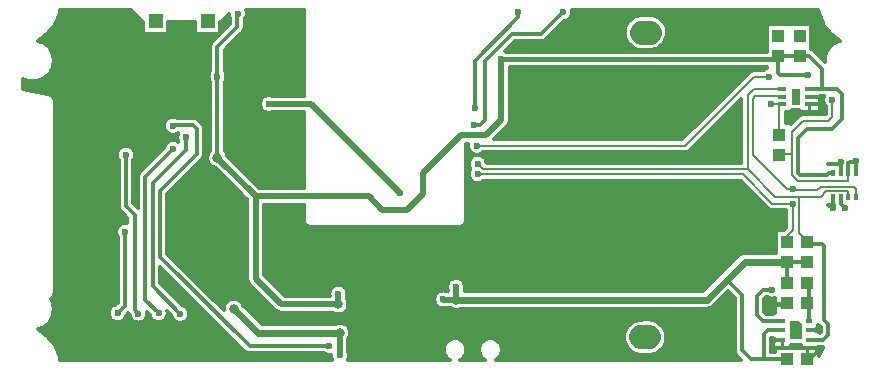
<source format=gbr>
G04 DipTrace 3.2.0.1*
G04 Bottom.gbr*
%MOIN*%
G04 #@! TF.FileFunction,Copper,L2,Bot*
G04 #@! TF.Part,Single*
%AMOUTLINE3*
4,1,16,
-0.011741,0.041358,
-0.029685,0.037294,
-0.044088,0.025848,
-0.052097,0.009286,
-0.052129,-0.009112,
-0.044175,-0.025701,
-0.02981,-0.037196,
-0.011881,-0.041319,
0.011741,-0.041358,
0.029685,-0.037294,
0.044088,-0.025848,
0.052097,-0.009286,
0.052129,0.009112,
0.044175,0.025701,
0.02981,0.037196,
0.011881,0.041319,
-0.011741,0.041358,
0*%
%AMOUTLINE9*
4,1,5,
-0.020669,0.029528,
-0.020669,-0.029528,
0.020669,-0.029528,
0.020669,0.017717,
0.008858,0.029528,
-0.020669,0.029528,
0*%
G04 #@! TA.AperFunction,CopperBalancing*
%ADD10C,0.009843*%
%ADD15C,0.011811*%
G04 #@! TA.AperFunction,Conductor*
%ADD16C,0.027559*%
%ADD17C,0.015748*%
G04 #@! TA.AperFunction,ViaPad*
%ADD18C,0.023622*%
G04 #@! TA.AperFunction,Conductor*
%ADD19C,0.019685*%
%ADD21C,0.007874*%
%ADD22C,0.005906*%
%ADD24R,0.03937X0.043307*%
%ADD25R,0.043307X0.03937*%
G04 #@! TA.AperFunction,ComponentPad*
%ADD33R,0.047244X0.047244*%
%ADD45R,0.031496X0.011811*%
%ADD46R,0.025591X0.05315*%
%ADD47R,0.01378X0.019685*%
%ADD49R,0.021654X0.015748*%
G04 #@! TA.AperFunction,ViaPad*
%ADD50C,0.031496*%
G04 #@! TA.AperFunction,ComponentPad*
%ADD104OUTLINE3*%
%ADD110OUTLINE9*%
%FSLAX26Y26*%
G04*
G70*
G90*
G75*
G01*
G04 Bottom*
%LPD*%
X-694618Y-277623D2*
D15*
X-726623D1*
X-888059Y-116188D1*
X-415990Y-260925D2*
X-211592D1*
X-159491Y-208824D1*
X-416062Y-294970D2*
X-187115D1*
X-159491Y-267345D1*
Y-208824D2*
D16*
X217707D1*
X328386D1*
X498205D1*
X533759Y-173270D1*
X575211Y-131818D1*
X623004Y-84025D1*
X707654Y625D1*
X-159491Y-208824D2*
D15*
Y-267345D1*
X-415990Y-260925D2*
Y-294898D1*
X-416062Y-294970D1*
X-633000Y53010D2*
Y328358D1*
X-527604Y433755D1*
X1338198Y75717D2*
Y40739D1*
X1338583Y40354D1*
X1312915Y-76350D2*
Y-40432D1*
X1312992Y-40354D1*
X1234252Y293898D2*
X1268140D1*
X1273068Y288970D1*
Y281741D1*
Y272967D1*
X1268408Y268307D1*
X1234252D1*
X1272385Y281741D2*
X1273068D1*
X622155Y-83176D2*
D16*
X623004Y-84025D1*
X574362Y-130969D2*
X575211Y-131818D1*
X533396Y-172909D2*
X533759Y-173270D1*
X470004Y-12916D2*
D15*
Y-60041D1*
Y-110022D1*
Y-60041D2*
X599020D1*
X622155Y-83176D1*
X564253Y216996D2*
X625659D1*
X628514Y219852D1*
X692776D1*
X707206Y-164790D2*
X770507D1*
X835953D1*
X837026Y-163717D1*
X707206Y-164790D2*
Y-194831D1*
X727592Y-215217D1*
Y-259205D1*
X729738Y-261350D1*
X625667Y-264570D2*
X677165D1*
X679311Y-262424D1*
X728664D1*
X729738Y-261350D1*
X812350Y-49990D2*
X865995D1*
X868140Y-47844D1*
X917493D1*
X812350Y-49990D2*
Y-95052D1*
X834881Y-117583D1*
Y-161571D1*
X837026Y-163717D1*
X-1212777Y543068D2*
X-1177281D1*
X-1176858Y542646D1*
X-1140802D1*
X-1140545Y542903D1*
X-1105442D1*
X-1104837Y542298D1*
X-546370Y-182500D2*
Y-212530D1*
Y-249885D1*
X-546382Y-249896D1*
X-520463Y-229442D2*
Y-263357D1*
X-519252Y-264568D1*
X-528067D1*
X-546382Y-282883D1*
X328386Y-208490D2*
D16*
Y-208824D1*
X282769Y-84944D2*
D15*
Y-130562D1*
X303676Y-151469D1*
Y-183780D1*
X328386Y-208490D1*
Y-229398D1*
X362598Y-263610D1*
Y-264681D1*
X420352Y-322434D1*
X410018D1*
X408215Y-320631D1*
X285743Y97126D2*
X413118D1*
X413440Y97448D1*
X537462Y376927D2*
X503249D1*
X469037Y342714D1*
X451930D1*
X410115Y300899D1*
X358797Y249580D1*
Y232474D1*
X313180Y186857D1*
X1262466Y-484724D2*
X1234252D1*
Y-484449D1*
X1110341Y-399982D2*
X1154005D1*
X1160850Y-393136D1*
X1225660Y-580743D2*
X1235037D1*
X1263286Y-552493D1*
X1115642Y-515936D2*
X1143692D1*
X1143701Y-515945D1*
X217707Y-285301D2*
Y-208824D1*
X202064Y-331870D2*
Y-330547D1*
X217449Y-315163D1*
Y-285559D1*
X217707Y-285301D1*
X-1046606Y-156293D2*
Y-402795D1*
X-1071583Y-427772D1*
X-366479Y-537298D2*
X-631579D1*
X-929753Y-239123D1*
Y-18940D1*
X-807867Y102946D1*
Y187493D1*
X-819882Y199508D1*
X-884648D1*
X-886839Y197318D1*
X-336311Y-397601D2*
D19*
X-526521D1*
X-611070Y-313052D1*
Y-37155D1*
X-738764Y90539D1*
X-611070Y-37155D2*
X-234486D1*
X-189008Y-82633D1*
X-105921D1*
X-53993Y-30705D1*
Y39399D1*
X72434Y165827D1*
X155730D1*
X207510Y217608D1*
Y418605D1*
X-738764Y90539D2*
D15*
Y361262D1*
Y460934D1*
X-672647Y527051D1*
Y569031D1*
X-671109Y570570D1*
X-738643Y361262D2*
X-738764D1*
X207510Y418605D2*
D17*
X1119266D1*
X1129807Y429146D1*
X1338583Y-40354D2*
D15*
Y-61891D1*
X1354639Y-77948D1*
X1391113Y78234D2*
X1389764D1*
Y40354D1*
X1364173D2*
Y71660D1*
X1369987Y77474D1*
X1390353D1*
X1364173Y40354D2*
D21*
Y12619D1*
X1197051D1*
X1176058Y33613D1*
Y102564D1*
Y175798D1*
X1214293Y214033D1*
X1297642D1*
X1310722Y227113D1*
Y283896D1*
X1230722Y365404D2*
D15*
X1137482D1*
X1128257Y374629D1*
Y427596D1*
X1129807Y429146D1*
X1203238D1*
X1203427Y429335D1*
X1312992Y40354D2*
X1298824D1*
X1291601Y33131D1*
X1203417D1*
X1197308Y39240D1*
Y155348D1*
X1226999Y185038D1*
X1308273D1*
X1343773Y220538D1*
Y303598D1*
X1327764Y319608D1*
X1276911D1*
X1234371D1*
X1234252Y319488D1*
X1276911Y319608D2*
Y385005D1*
X1232581Y429335D1*
X1203427D1*
X58022Y-382133D2*
D18*
X893029D1*
X958613Y-316549D1*
X1018814Y-256348D1*
X1159285D1*
D15*
X1226312D1*
X1227026Y-255634D1*
X1176058Y102564D2*
D21*
X1135546D1*
D15*
X1134127Y101146D1*
X1159285Y-256348D2*
Y-325923D1*
X1159629Y-326266D1*
X58022Y-382133D2*
D19*
Y-341333D1*
D15*
X56930Y-340241D1*
X58022Y-382133D2*
D19*
X13446D1*
Y-381815D1*
X1158731Y-580743D2*
D15*
X1039581D1*
X1009609Y-550770D1*
Y-367545D1*
X958613Y-316549D1*
X1143701Y-484449D2*
X1095531D1*
X1082962Y-497018D1*
Y-581172D1*
X1158302D1*
X1158731Y-580743D1*
X-335609Y-362201D2*
D19*
Y-396899D1*
D15*
X-336311Y-397601D1*
X-1043566Y100669D2*
Y-71160D1*
X-1014594Y-100131D1*
Y-416007D1*
X-1002088Y-428513D1*
X-886719Y119776D2*
X-978923Y27572D1*
Y-384420D1*
X-934912Y-428430D1*
X-843021Y158517D2*
Y117577D1*
X-954938Y5660D1*
Y-337513D1*
X-862783Y-429668D1*
X-684281Y-412866D2*
D18*
X-603272Y-493875D1*
X-330144D1*
D19*
X-330510Y-568262D1*
X118135Y255948D2*
D15*
Y414428D1*
X261930Y558223D1*
Y576303D1*
X117781Y200285D2*
X134991D1*
X151416Y216710D1*
Y411976D1*
X243114Y503675D1*
X340845D1*
X412587Y575416D1*
X-567083Y269990D2*
D19*
X-426353D1*
X-130916Y-25448D1*
X1364173Y-40354D2*
D22*
Y-24711D1*
X1359311Y-19849D1*
X1291333D1*
X1271497Y-39685D1*
X1198507D1*
X1120224D1*
X1028146Y52394D1*
Y300482D1*
X1048175Y320510D1*
X1142678D1*
X1143701Y319488D1*
X1198507Y-39685D2*
Y-160185D1*
X1227026Y-188705D1*
X1028146Y52394D2*
X146302D1*
X128172Y70524D1*
X1234252Y-515945D2*
D15*
X1280495D1*
X1296340Y-500100D1*
Y-464121D1*
X1282066Y-449846D1*
Y-203965D1*
X1274798Y-196697D1*
X1235018D1*
X1227026Y-188705D1*
X1389764Y-40354D2*
D22*
Y-13448D1*
X1382140Y-5824D1*
X1272642D1*
X1261344Y-17122D1*
X1179144D1*
Y-14865D1*
X1160752D1*
X1045213Y100675D1*
Y287018D1*
X1054329Y296135D1*
X1141463D1*
X1143701Y293898D1*
X1179144Y-14659D2*
Y-14865D1*
X1178556Y-62328D2*
Y-150988D1*
X1160907Y-168638D1*
Y-189419D1*
X1159285D1*
X1178556Y-62328D2*
X1111318D1*
X1013567Y35423D1*
X128765D1*
X128156Y36031D1*
X1143701Y-452953D2*
D15*
X1078579D1*
X1060089Y-434463D1*
Y-368941D1*
X1080231Y-348799D1*
X1110512D1*
X1134127Y168075D2*
D21*
X1132808D1*
Y268307D1*
X1143701D1*
X1107214D1*
Y268638D1*
X126572Y130303D2*
X819690D1*
X1049182Y359795D1*
X1099832D1*
X1234252Y-452953D2*
D15*
Y-362689D1*
Y-333961D1*
X1226558Y-326266D1*
X1234252Y-362689D2*
Y-386664D1*
X1227780Y-393136D1*
D18*
X261930Y576303D3*
X412587Y575416D3*
X-671109Y570570D3*
X1199034Y559273D3*
X1127211Y558386D3*
X1164453D3*
X-1212777Y543068D3*
X-1140545Y542903D3*
X-1176858Y542646D3*
X-1104837Y542298D3*
X-527604Y433755D3*
X207510Y418605D3*
X-460753Y392495D3*
X-486068Y388497D3*
X303703Y386012D3*
X537462Y376927D3*
X1230722Y365404D3*
X-460087Y363182D3*
X281180Y361987D3*
X-738643Y361262D3*
X1099832Y359795D3*
X469037Y342714D3*
X256155Y334959D3*
X410115Y300899D3*
X1310722Y283896D3*
X1272385Y281741D3*
X1107214Y268638D3*
X-567083Y269990D3*
X118135Y255948D3*
X358797Y249580D3*
X628514Y219852D3*
X692776D3*
X564253Y216996D3*
X-614222Y202682D3*
X117781Y200285D3*
X-886839Y197318D3*
X313180Y186857D3*
X-613135Y169499D3*
X-843021Y158517D3*
X-612235Y134209D3*
X126572Y130303D3*
X-483547Y125005D3*
X-886719Y119776D3*
X-1043566Y100669D3*
X413440Y97448D3*
X285743Y97126D3*
D50*
X-738764Y90539D3*
D18*
X1391113Y78234D3*
X1338198Y75717D3*
X128172Y70524D3*
X-1226021Y69491D3*
X-633000Y53010D3*
X128156Y36031D3*
X-1226021Y30652D3*
D50*
X707654Y625D3*
D18*
X-1227487Y-11850D3*
X470004Y-12916D3*
X1179144Y-14659D3*
X-1011470Y-16923D3*
X-130916Y-25448D3*
X132345Y-44828D3*
X868140Y-47844D3*
X917493D3*
X-1227972Y-49479D3*
X812350Y-49990D3*
X-1011470Y-56031D3*
X156912Y-59434D3*
X470004Y-60041D3*
X1178556Y-62328D3*
X1312915Y-76350D3*
X1354639Y-77948D3*
X132877Y-78815D3*
X622155Y-83176D3*
X282769Y-84944D3*
X158152Y-95421D3*
X470004Y-110022D3*
X132937Y-111799D3*
X-888059Y-116188D3*
X-466789Y-117433D3*
X574362Y-130969D3*
X-792087Y-139403D3*
X-728220D3*
X-698491D3*
X-759052Y-139954D3*
D3*
X1110341Y-399982D3*
X-449270Y-150466D3*
X303676Y-151469D3*
X-411732Y-152469D3*
X-1046606Y-156293D3*
X837026Y-163717D3*
X707206Y-164790D3*
X770507D3*
X533396Y-172909D3*
X-546370Y-182500D3*
X-1081743Y-196942D3*
X328386Y-208490D3*
X-159491Y-208824D3*
X-546370Y-212530D3*
X-1082198Y-228339D3*
X-520463Y-229442D3*
X-546382Y-249896D3*
X-415990Y-260925D3*
X729738Y-261350D3*
X679311Y-262424D3*
X362598Y-263610D3*
X-519252Y-264568D3*
X625667Y-264570D3*
X-159491Y-267345D3*
X-694618Y-277623D3*
X-546382Y-282883D3*
X-416062Y-294970D3*
X-920606Y-304770D3*
X408215Y-320631D3*
X-899769Y-328501D3*
X202064Y-331870D3*
X1262466Y-484724D3*
D50*
X58022Y-382133D3*
X-336311Y-397601D3*
X-684281Y-412866D3*
D18*
X1093602Y-418264D3*
X-1071583Y-427772D3*
X-1002088Y-428513D3*
X-934912Y-428430D3*
X-862783Y-429668D3*
X1115642Y-515936D3*
X217707Y-285301D3*
D50*
X-330144Y-493875D3*
D18*
X-51127Y-450045D3*
X-366479Y-537298D3*
X-330510Y-568262D3*
X877114Y-568457D3*
X925079D3*
X427440Y-569123D3*
X466744Y-569789D3*
X-930906Y-570748D3*
X-1072298Y-571125D3*
X-863594D3*
X-1153524Y-572252D3*
X-1000098D3*
X-1223152Y-572412D3*
X1110512Y-348799D3*
X1263286Y-552493D3*
X13446Y-381815D3*
X56930Y-340241D3*
X-335609Y-362201D3*
X-1264455Y570997D2*
D15*
X-1016895D1*
X-639924D2*
X-452872D1*
X443437D2*
X1264455D1*
X-1269184Y559318D2*
X-1005199D1*
X-710145D2*
X-700096D1*
X-642116D2*
X-452849D1*
X439077D2*
X646753D1*
X731331D2*
X1269184D1*
X-1273937Y547638D2*
X-993526D1*
X-721817D2*
X-697928D1*
X-647376D2*
X-452849D1*
X425098D2*
X632058D1*
X745933D2*
X1273937D1*
X-1278666Y535958D2*
X-987898D1*
X-901912D2*
X-814654D1*
X-728669D2*
X-698989D1*
X-647376D2*
X-452826D1*
X408373D2*
X624653D1*
X753430D2*
X1164362D1*
X1242480D2*
X1278666D1*
X-1287201Y524278D2*
X-987898D1*
X-901912D2*
X-814654D1*
X-728669D2*
X-710685D1*
X-647537D2*
X-452803D1*
X396700D2*
X619025D1*
X759013D2*
X1090750D1*
X1242480D2*
X1287201D1*
X-1296428Y512598D2*
X-987898D1*
X-901912D2*
X-814654D1*
X-728669D2*
X-722368D1*
X-652197D2*
X-452803D1*
X385028D2*
X617571D1*
X760535D2*
X1090750D1*
X1242480D2*
X1296428D1*
X-1306186Y500919D2*
X-734030D1*
X-663523D2*
X-452780D1*
X373355D2*
X617548D1*
X760512D2*
X1090750D1*
X1242480D2*
X1306186D1*
X-1322657Y489239D2*
X-745725D1*
X-675196D2*
X-452757D1*
X361660D2*
X620132D1*
X757998D2*
X1090750D1*
X1242480D2*
X1322657D1*
X-1325310Y477559D2*
X-757375D1*
X-686892D2*
X-452757D1*
X252246D2*
X625714D1*
X752346D2*
X1090750D1*
X1242480D2*
X1325310D1*
X-1307040Y465879D2*
X-763534D1*
X-698564D2*
X-452734D1*
X240573D2*
X634942D1*
X743234D2*
X1090750D1*
X1242480D2*
X1307040D1*
X-1296590Y454199D2*
X-764042D1*
X-710237D2*
X-452711D1*
X228901D2*
X650351D1*
X727824D2*
X1090750D1*
X1242480D2*
X1296590D1*
X-1289923Y442520D2*
X-764042D1*
X-713490D2*
X-452711D1*
X1254661D2*
X1289923D1*
X-1285886Y430840D2*
X-764042D1*
X-713490D2*
X-452687D1*
X1266333D2*
X1285886D1*
X-1284064Y419160D2*
X-764042D1*
X-713490D2*
X-452687D1*
X1278006D2*
X1284051D1*
X-1284225Y407480D2*
X-764042D1*
X-713490D2*
X-452664D1*
X-1286417Y395801D2*
X-764042D1*
X-713490D2*
X-452641D1*
X-1290823Y384121D2*
X-764042D1*
X-713490D2*
X-452641D1*
X236721D2*
X1081085D1*
X-1298020Y372441D2*
X-767663D1*
X-709614D2*
X-452618D1*
X236721D2*
X1029365D1*
X-1309323Y360761D2*
X-769809D1*
X-707469D2*
X-452595D1*
X236721D2*
X1017670D1*
X-1386614Y349081D2*
X-1377915D1*
X-1330270D2*
X-767248D1*
X-710052D2*
X-452595D1*
X236721D2*
X1005997D1*
X-1386614Y337402D2*
X-764042D1*
X-713490D2*
X-452572D1*
X236721D2*
X994324D1*
X-1386614Y325722D2*
X-764042D1*
X-713490D2*
X-452549D1*
X236721D2*
X982629D1*
X-1350131Y314042D2*
X-764042D1*
X-713490D2*
X-452549D1*
X236721D2*
X970956D1*
X-1297189Y302362D2*
X-764042D1*
X-713490D2*
X-452526D1*
X236721D2*
X959283D1*
X-1283879Y290682D2*
X-764042D1*
X-713490D2*
X-589991D1*
X236721D2*
X947588D1*
X1269378D2*
X1280326D1*
X-1279842Y279003D2*
X-764042D1*
X-713490D2*
X-596888D1*
X236721D2*
X935915D1*
X1269378D2*
X1279934D1*
X-1279335Y267323D2*
X-764042D1*
X-713490D2*
X-598134D1*
X236721D2*
X924243D1*
X989189D2*
X1005812D1*
X1269378D2*
X1284525D1*
X-1279335Y255643D2*
X-764042D1*
X-713490D2*
X-594604D1*
X236721D2*
X912547D1*
X977494D2*
X1005812D1*
X1269378D2*
X1287408D1*
X-1279335Y243963D2*
X-764042D1*
X-713490D2*
X-583185D1*
X236721D2*
X900874D1*
X965821D2*
X1005812D1*
X1156112D2*
X1287408D1*
X-1279335Y232283D2*
X-764042D1*
X-713490D2*
X-452434D1*
X236721D2*
X889202D1*
X954148D2*
X1005812D1*
X1156112D2*
X1200602D1*
X-1279335Y220604D2*
X-906927D1*
X-807055D2*
X-764042D1*
X-713490D2*
X-452411D1*
X236721D2*
X877529D1*
X942453D2*
X1005812D1*
X1156112D2*
X1188399D1*
X-1279335Y208924D2*
X-915693D1*
X-794045D2*
X-764042D1*
X-713490D2*
X-452411D1*
X235337D2*
X865833D1*
X930780D2*
X1005812D1*
X1156112D2*
X1176703D1*
X-1279335Y197244D2*
X-918023D1*
X-784656D2*
X-764042D1*
X-713490D2*
X-452388D1*
X227978D2*
X854161D1*
X919108D2*
X1005812D1*
X-1279335Y185564D2*
X-915624D1*
X-782603D2*
X-764042D1*
X-713490D2*
X-452365D1*
X216282D2*
X842488D1*
X907435D2*
X1005812D1*
X-1279335Y173885D2*
X-906743D1*
X-782603D2*
X-764042D1*
X-713490D2*
X-452365D1*
X204610D2*
X830792D1*
X895739D2*
X1005812D1*
X-1279335Y162205D2*
X-873986D1*
X-782603D2*
X-764042D1*
X-713490D2*
X-452341D1*
X192937D2*
X819120D1*
X884067D2*
X1005812D1*
X-1279335Y150525D2*
X-873109D1*
X-782603D2*
X-764042D1*
X-713490D2*
X-452318D1*
X872394D2*
X1005812D1*
X-1279335Y138845D2*
X-911057D1*
X-782603D2*
X-764042D1*
X-713490D2*
X-452318D1*
X860698D2*
X1005812D1*
X-1279335Y127165D2*
X-1058810D1*
X-1028304D2*
X-916985D1*
X-782603D2*
X-764042D1*
X-713490D2*
X-452295D1*
X89637D2*
X95556D1*
X849026D2*
X1005812D1*
X-1279335Y115486D2*
X-1070828D1*
X-1016309D2*
X-926259D1*
X-782603D2*
X-764042D1*
X-713490D2*
X-452272D1*
X89637D2*
X99316D1*
X837353D2*
X1005812D1*
X-1279335Y103806D2*
X-1074589D1*
X-1012548D2*
X-937954D1*
X-782603D2*
X-771193D1*
X-706338D2*
X-452272D1*
X89637D2*
X111335D1*
X141818D2*
X1005812D1*
X-1279335Y92126D2*
X-1073504D1*
X-1013633D2*
X-949627D1*
X-785163D2*
X-773846D1*
X-699533D2*
X-452249D1*
X89637D2*
X106168D1*
X150168D2*
X1005812D1*
X-1279335Y80446D2*
X-1068845D1*
X-1018292D2*
X-961300D1*
X-795106D2*
X-772346D1*
X-687838D2*
X-452226D1*
X89614D2*
X98670D1*
X157666D2*
X1005812D1*
X-1279335Y68766D2*
X-1068845D1*
X-1018292D2*
X-972995D1*
X-806801D2*
X-765979D1*
X-676165D2*
X-452226D1*
X89614D2*
X97033D1*
X1298883D2*
X1338897D1*
X-1279335Y57087D2*
X-1068845D1*
X-1018292D2*
X-984668D1*
X-818474D2*
X-746141D1*
X-664492D2*
X-452203D1*
X89614D2*
X100170D1*
X-1279335Y45407D2*
X-1068845D1*
X-1018292D2*
X-996341D1*
X-830147D2*
X-734445D1*
X-652797D2*
X-452180D1*
X89591D2*
X98486D1*
X-1279335Y33727D2*
X-1068845D1*
X-1018292D2*
X-1003400D1*
X-841842D2*
X-722772D1*
X-641124D2*
X-452180D1*
X89591D2*
X97056D1*
X-1279335Y22047D2*
X-1068845D1*
X-1018292D2*
X-1004207D1*
X-853515D2*
X-711100D1*
X-629451D2*
X-452157D1*
X89591D2*
X100424D1*
X-1279335Y10367D2*
X-1068845D1*
X-1018292D2*
X-1004207D1*
X-865187D2*
X-699427D1*
X-617779D2*
X-452134D1*
X89591D2*
X111450D1*
X144863D2*
X1007543D1*
X-1279335Y-1312D2*
X-1068845D1*
X-1018292D2*
X-1004207D1*
X-876860D2*
X-687731D1*
X-606083D2*
X-452134D1*
X89568D2*
X1019215D1*
X-1279335Y-12992D2*
X-1068845D1*
X-1018292D2*
X-1004207D1*
X-888556D2*
X-676059D1*
X89568D2*
X1030911D1*
X-1279335Y-24672D2*
X-1068845D1*
X-1018292D2*
X-1004207D1*
X-900228D2*
X-664386D1*
X89568D2*
X1042584D1*
X-1279335Y-36352D2*
X-1068845D1*
X-1018292D2*
X-1004207D1*
X-904473D2*
X-652691D1*
X89568D2*
X1054256D1*
X-1279335Y-48031D2*
X-1068845D1*
X-1018292D2*
X-1004207D1*
X-904473D2*
X-641018D1*
X89545D2*
X1065952D1*
X-1279335Y-59711D2*
X-1068845D1*
X-1018292D2*
X-1004207D1*
X-904473D2*
X-640280D1*
X89545D2*
X1077624D1*
X-1279335Y-71391D2*
X-1068845D1*
X-904473D2*
X-640280D1*
X-581861D2*
X-452042D1*
X89545D2*
X1089297D1*
X-1279335Y-83071D2*
X-1065684D1*
X-904473D2*
X-640280D1*
X-581861D2*
X-452018D1*
X89545D2*
X1106045D1*
X-1279335Y-94751D2*
X-1055234D1*
X-904473D2*
X-640280D1*
X-581861D2*
X-452018D1*
X89522D2*
X1156242D1*
X-1279335Y-106430D2*
X-1043562D1*
X-904473D2*
X-640280D1*
X-581861D2*
X-451995D1*
X89522D2*
X1156242D1*
X-1279335Y-118110D2*
X-1039871D1*
X-904473D2*
X-640280D1*
X-581861D2*
X-451972D1*
X89522D2*
X1156242D1*
X-1279335Y-129790D2*
X-1061855D1*
X-904473D2*
X-640280D1*
X-581861D2*
X-449481D1*
X87215D2*
X1156242D1*
X-1279335Y-141470D2*
X-1073873D1*
X-904473D2*
X-640280D1*
X-581861D2*
X1156242D1*
X-1279335Y-153150D2*
X-1077634D1*
X-904473D2*
X-640280D1*
X-581861D2*
X1120232D1*
X-1279335Y-164829D2*
X-1076549D1*
X-904473D2*
X-640280D1*
X-581861D2*
X1120232D1*
X-1279335Y-176509D2*
X-1071890D1*
X-904473D2*
X-640280D1*
X-581861D2*
X1120232D1*
X-1279335Y-188189D2*
X-1071890D1*
X-904473D2*
X-640280D1*
X-581861D2*
X1120232D1*
X-1279335Y-199869D2*
X-1071890D1*
X-904473D2*
X-640280D1*
X-581861D2*
X1120232D1*
X-1279335Y-211549D2*
X-1071890D1*
X-904473D2*
X-640280D1*
X-581861D2*
X1120232D1*
X-1279335Y-223228D2*
X-1071890D1*
X-904473D2*
X-640280D1*
X-581861D2*
X1120232D1*
X-1279335Y-234908D2*
X-1071890D1*
X-898706D2*
X-640280D1*
X-581861D2*
X996654D1*
X-1279335Y-246588D2*
X-1071890D1*
X-887033D2*
X-640280D1*
X-581861D2*
X984959D1*
X-1279335Y-258268D2*
X-1071890D1*
X-875361D2*
X-640280D1*
X-581861D2*
X973286D1*
X-1279335Y-269948D2*
X-1071890D1*
X-863665D2*
X-640280D1*
X-581861D2*
X961613D1*
X-1279335Y-281627D2*
X-1071890D1*
X-929664D2*
X-922497D1*
X-851992D2*
X-640280D1*
X-581861D2*
X949918D1*
X-1279335Y-293307D2*
X-1071890D1*
X-929664D2*
X-910826D1*
X-840320D2*
X-640280D1*
X-581861D2*
X938245D1*
X-1279335Y-304987D2*
X-1071890D1*
X-929664D2*
X-899153D1*
X-828624D2*
X-640280D1*
X-578309D2*
X926572D1*
X-1279335Y-316667D2*
X-1071890D1*
X-929664D2*
X-887458D1*
X-816951D2*
X-640049D1*
X-566636D2*
X37193D1*
X76672D2*
X914877D1*
X-1279335Y-328346D2*
X-1071890D1*
X-928856D2*
X-875785D1*
X-805279D2*
X-635735D1*
X-554940D2*
X28220D1*
X85646D2*
X903204D1*
X-1279335Y-340026D2*
X-1071890D1*
X-917161D2*
X-864112D1*
X-793583D2*
X-624916D1*
X-543268D2*
X-357000D1*
X-314222D2*
X25751D1*
X88114D2*
X891532D1*
X-1279335Y-351706D2*
X-1071890D1*
X-905488D2*
X-852417D1*
X-781911D2*
X-613244D1*
X-531595D2*
X-364889D1*
X-306332D2*
X28035D1*
X87238D2*
X879859D1*
X-1280811Y-363386D2*
X-1071890D1*
X-893815D2*
X-840744D1*
X-770238D2*
X-601571D1*
X-519923D2*
X-366758D1*
X-304441D2*
X-11412D1*
X955394D2*
X970195D1*
X-1288216Y-375066D2*
X-1071890D1*
X-882120D2*
X-829072D1*
X-758565D2*
X-589875D1*
X-306401D2*
X-16971D1*
X943698D2*
X981867D1*
X-1289623Y-386745D2*
X-1071890D1*
X-870447D2*
X-817376D1*
X-746870D2*
X-707132D1*
X-661424D2*
X-578203D1*
X-302987D2*
X-17317D1*
X932026D2*
X984336D1*
X1085362D2*
X1119817D1*
X-1285725Y-398425D2*
X-1078995D1*
X-858774D2*
X-805703D1*
X-735197D2*
X-716175D1*
X-652381D2*
X-566530D1*
X-301211D2*
X-12727D1*
X920353D2*
X984336D1*
X1085362D2*
X1119817D1*
X-1284017Y-410105D2*
X-1097011D1*
X-838866D2*
X-794031D1*
X-643431D2*
X-554834D1*
X-303587D2*
X2291D1*
X905059D2*
X984336D1*
X1085362D2*
X1119817D1*
X-1284294Y-421785D2*
X-1102155D1*
X-832661D2*
X-782358D1*
X-631758D2*
X-541870D1*
X-311315D2*
X984336D1*
X1085362D2*
X1119817D1*
X-1286601Y-433465D2*
X-1102225D1*
X-1040946D2*
X-1032858D1*
X-904150D2*
X-894240D1*
X-831854D2*
X-770662D1*
X-620086D2*
X984336D1*
X-1291169Y-445144D2*
X-1097219D1*
X-1045951D2*
X-1028244D1*
X-975939D2*
X-961000D1*
X-908810D2*
X-889672D1*
X-835914D2*
X-758990D1*
X-608390D2*
X984336D1*
X-1298551Y-456824D2*
X-1080240D1*
X-1062930D2*
X-1013204D1*
X-990979D2*
X-945775D1*
X-924035D2*
X-876708D1*
X-848855D2*
X-747317D1*
X-596717D2*
X644538D1*
X730131D2*
X984336D1*
X-1310177Y-468504D2*
X-735621D1*
X-306425D2*
X629913D1*
X744687D2*
X984336D1*
X-1332346Y-480184D2*
X-723949D1*
X-297912D2*
X622762D1*
X751908D2*
X984336D1*
X1264442D2*
X1271053D1*
X-1318966Y-491864D2*
X-712276D1*
X-295075D2*
X617156D1*
X757467D2*
X984336D1*
X-1303603Y-503543D2*
X-700581D1*
X-296436D2*
X615864D1*
X758828D2*
X984336D1*
X-1294352Y-515223D2*
X-688908D1*
X-301027D2*
X35163D1*
X71044D2*
X153273D1*
X189154D2*
X615841D1*
X758805D2*
X984336D1*
X-1285102Y-526903D2*
X-677235D1*
X-301096D2*
X21299D1*
X84908D2*
X139409D1*
X203018D2*
X618609D1*
X756106D2*
X984336D1*
X-1277604Y-538583D2*
X-665540D1*
X-301142D2*
X15578D1*
X90652D2*
X133688D1*
X208762D2*
X624215D1*
X750454D2*
X984336D1*
X1173898D2*
X1204062D1*
X-1272852Y-550262D2*
X-653867D1*
X-301211D2*
X14079D1*
X92151D2*
X132189D1*
X210262D2*
X633719D1*
X741019D2*
X984336D1*
X1108245D2*
X1117717D1*
X1266679D2*
X1272852D1*
X-1268123Y-561942D2*
X-384774D1*
X-300012D2*
X16270D1*
X89960D2*
X134380D1*
X208070D2*
X649567D1*
X725241D2*
X987081D1*
X-1263786Y-573622D2*
X-361198D1*
X-299804D2*
X22983D1*
X83224D2*
X141093D1*
X201334D2*
X997208D1*
X1171458Y536106D2*
X1241301D1*
Y451807D1*
X1245171Y449879D1*
X1248230Y447656D1*
X1270498Y425493D1*
X1285162Y410829D1*
X1285278Y419707D1*
X1285915Y425090D1*
X1286973Y430406D1*
X1288444Y435622D1*
X1290320Y440708D1*
X1292589Y445630D1*
X1295238Y450359D1*
X1298249Y454865D1*
X1301605Y459122D1*
X1305284Y463102D1*
X1309264Y466781D1*
X1313520Y470137D1*
X1318027Y473148D1*
X1322756Y475797D1*
X1327678Y478066D1*
X1332763Y479942D1*
X1335759Y480787D1*
X1306182Y501850D1*
X1280837Y533828D1*
X1278051Y540374D1*
X1265122Y572478D1*
X1264044Y582700D1*
X441716Y582677D1*
X442494Y577770D1*
Y573062D1*
X441758Y568413D1*
X440303Y563936D1*
X438166Y559741D1*
X435399Y555933D1*
X432070Y552604D1*
X428262Y549837D1*
X424067Y547700D1*
X419590Y546245D1*
X416996Y545752D1*
X356493Y485353D1*
X353435Y483131D1*
X350066Y481414D1*
X346470Y480246D1*
X342736Y479654D1*
X311318Y479580D1*
X253116D1*
X219584Y446070D1*
X222326Y444665D1*
X1091930Y444668D1*
X1091933Y535917D1*
X1165564D1*
X1165553Y536106D1*
X1171458D1*
X1094431Y389303D2*
X1091933D1*
Y392556D1*
X235539Y392542D1*
X235456Y215408D1*
X234768Y211064D1*
X233408Y206880D1*
X231411Y202961D1*
X228826Y199403D1*
X210629Y181083D1*
X181969Y152423D1*
X810527Y152429D1*
X1034813Y376620D1*
X1037622Y378661D1*
X1040715Y380237D1*
X1044017Y381310D1*
X1047446Y381853D1*
X1079564Y381921D1*
X1082198Y384066D1*
X1086212Y386525D1*
X1090562Y388327D1*
X1094516Y389302D1*
X1121008Y-426891D2*
Y-376906D1*
X1117515Y-377970D1*
X1112866Y-378707D1*
X1108158D1*
X1103508Y-377970D1*
X1099031Y-376516D1*
X1094837Y-374378D1*
X1092654Y-372893D1*
X1088917Y-374188D1*
X1084170Y-378935D1*
X1084184Y-424467D1*
X1088561Y-428860D1*
X1114681Y-428858D1*
X1114685Y-426890D1*
X1121029D1*
X1124794Y-542869D2*
X1265503D1*
Y-571349D1*
X1278177Y-540060D1*
X1263263Y-540039D1*
X1263268Y-542008D1*
X1205236D1*
Y-532158D1*
X1172713Y-532165D1*
X1172717Y-542008D1*
X1114685D1*
Y-508551D1*
X1107045Y-508543D1*
X1107056Y-556650D1*
X1118867Y-556648D1*
X1118889Y-542869D1*
X1124794D1*
X-1285278Y408875D2*
X-1285915Y403493D1*
X-1286973Y398177D1*
X-1288444Y392960D1*
X-1290320Y387875D1*
X-1292589Y382953D1*
X-1295238Y378224D1*
X-1298249Y373717D1*
X-1301605Y369461D1*
X-1305284Y365481D1*
X-1309264Y361801D1*
X-1313520Y358446D1*
X-1318027Y355435D1*
X-1322756Y352786D1*
X-1327678Y350517D1*
X-1332763Y348641D1*
X-1337980Y347170D1*
X-1343296Y346112D1*
X-1348679Y345475D1*
X-1354094Y345262D1*
X-1359510Y345475D1*
X-1364893Y346112D1*
X-1370209Y347170D1*
X-1375426Y348641D1*
X-1380511Y350517D1*
X-1387779Y354100D1*
X-1387795Y321400D1*
X-1303305Y304280D1*
X-1294880Y300929D1*
X-1291550Y298182D1*
X-1286958Y293991D1*
X-1282260Y285598D1*
X-1281423Y281364D1*
X-1280512Y275674D1*
X-1280585Y-355256D1*
X-1282203Y-364179D1*
X-1284237Y-367986D1*
X-1287437Y-373317D1*
X-1294352Y-379323D1*
X-1290320Y-387875D1*
X-1288444Y-392960D1*
X-1286973Y-398177D1*
X-1285915Y-403493D1*
X-1285278Y-408875D1*
X-1285066Y-414291D1*
X-1285278Y-419707D1*
X-1285915Y-425090D1*
X-1286973Y-430406D1*
X-1288444Y-435622D1*
X-1290320Y-440708D1*
X-1292589Y-445630D1*
X-1295238Y-450359D1*
X-1298249Y-454865D1*
X-1301605Y-459122D1*
X-1305284Y-463102D1*
X-1309264Y-466781D1*
X-1313520Y-470137D1*
X-1318027Y-473148D1*
X-1322756Y-475797D1*
X-1327678Y-478066D1*
X-1332763Y-479942D1*
X-1335759Y-480787D1*
X-1306181Y-501851D1*
X-1280836Y-533829D1*
X-1278049Y-540375D1*
X-1265121Y-572478D1*
X-1264043Y-582700D1*
X-356823Y-582678D1*
X-358227Y-579743D1*
X-359682Y-575266D1*
X-360418Y-570616D1*
X-360449Y-566690D1*
X-364125Y-567205D1*
X-368833D1*
X-373482Y-566469D1*
X-377960Y-565014D1*
X-382154Y-562877D1*
X-384337Y-561392D1*
X-633469Y-561318D1*
X-637203Y-560727D1*
X-640799Y-559558D1*
X-644168Y-557842D1*
X-647227Y-555619D1*
X-669495Y-533456D1*
X-930860Y-272092D1*
X-930844Y-327517D1*
X-858381Y-399996D1*
X-853513Y-401136D1*
X-849164Y-402938D1*
X-845150Y-405397D1*
X-841570Y-408455D1*
X-838513Y-412034D1*
X-836053Y-416048D1*
X-834252Y-420397D1*
X-833153Y-424975D1*
X-832783Y-429668D1*
X-833153Y-434361D1*
X-834252Y-438938D1*
X-836053Y-443288D1*
X-838513Y-447302D1*
X-841570Y-450881D1*
X-845150Y-453938D1*
X-849164Y-456398D1*
X-853513Y-458200D1*
X-858090Y-459299D1*
X-862783Y-459668D1*
X-867476Y-459299D1*
X-872054Y-458200D1*
X-876403Y-456398D1*
X-880417Y-453938D1*
X-883997Y-450881D1*
X-887054Y-447302D1*
X-889514Y-443288D1*
X-891315Y-438938D1*
X-892448Y-434078D1*
X-905969Y-420558D1*
X-905281Y-423737D1*
X-904912Y-428430D1*
X-905281Y-433123D1*
X-906380Y-437701D1*
X-908182Y-442050D1*
X-910642Y-446064D1*
X-913699Y-449644D1*
X-917279Y-452701D1*
X-921292Y-455161D1*
X-925642Y-456962D1*
X-930219Y-458061D1*
X-934912Y-458430D1*
X-939605Y-458061D1*
X-944183Y-456962D1*
X-948532Y-455161D1*
X-952546Y-452701D1*
X-956125Y-449644D1*
X-959183Y-446064D1*
X-961642Y-442050D1*
X-963444Y-437701D1*
X-964576Y-432840D1*
X-972290Y-425127D1*
X-972088Y-428513D1*
X-972457Y-433206D1*
X-973556Y-437784D1*
X-975358Y-442133D1*
X-977817Y-446147D1*
X-980875Y-449726D1*
X-984454Y-452784D1*
X-988468Y-455243D1*
X-992817Y-457045D1*
X-997395Y-458144D1*
X-1002088Y-458513D1*
X-1006781Y-458144D1*
X-1011358Y-457045D1*
X-1015708Y-455243D1*
X-1019721Y-452784D1*
X-1023301Y-449726D1*
X-1026358Y-446147D1*
X-1028818Y-442133D1*
X-1030620Y-437784D1*
X-1031752Y-432923D1*
X-1034087Y-430169D1*
X-1036066Y-426939D1*
X-1037920Y-428184D1*
X-1041917Y-432181D1*
X-1043051Y-437042D1*
X-1044852Y-441391D1*
X-1047312Y-445405D1*
X-1050369Y-448985D1*
X-1053949Y-452042D1*
X-1057963Y-454502D1*
X-1062312Y-456303D1*
X-1066890Y-457402D1*
X-1071583Y-457772D1*
X-1076276Y-457402D1*
X-1080853Y-456303D1*
X-1085202Y-454502D1*
X-1089216Y-452042D1*
X-1092796Y-448985D1*
X-1095853Y-445405D1*
X-1098313Y-441391D1*
X-1100114Y-437042D1*
X-1101213Y-432465D1*
X-1101583Y-427772D1*
X-1101213Y-423079D1*
X-1100114Y-418501D1*
X-1098313Y-414152D1*
X-1095853Y-410138D1*
X-1092796Y-406558D1*
X-1089216Y-403501D1*
X-1085202Y-401041D1*
X-1080853Y-399240D1*
X-1075992Y-398107D1*
X-1070693Y-392807D1*
X-1070701Y-174164D1*
X-1073336Y-169912D1*
X-1075138Y-165563D1*
X-1076237Y-160986D1*
X-1076606Y-156293D1*
X-1076237Y-151600D1*
X-1075138Y-147022D1*
X-1073336Y-142673D1*
X-1070877Y-138659D1*
X-1067820Y-135079D1*
X-1064240Y-132022D1*
X-1060226Y-129562D1*
X-1055877Y-127761D1*
X-1051299Y-126662D1*
X-1046606Y-126293D1*
X-1041913Y-126662D1*
X-1038691Y-127379D1*
X-1038689Y-110096D1*
X-1061887Y-86808D1*
X-1064110Y-83749D1*
X-1065826Y-80381D1*
X-1066994Y-76785D1*
X-1067586Y-73051D1*
X-1067660Y-41633D1*
Y82775D1*
X-1070296Y87050D1*
X-1072097Y91399D1*
X-1073196Y95976D1*
X-1073566Y100669D1*
X-1073196Y105362D1*
X-1072097Y109940D1*
X-1070296Y114289D1*
X-1067836Y118303D1*
X-1064779Y121882D1*
X-1061199Y124940D1*
X-1057185Y127399D1*
X-1052836Y129201D1*
X-1048259Y130300D1*
X-1043566Y130669D1*
X-1038873Y130300D1*
X-1034295Y129201D1*
X-1029946Y127399D1*
X-1025932Y124940D1*
X-1022352Y121882D1*
X-1019295Y118303D1*
X-1016835Y114289D1*
X-1015034Y109940D1*
X-1013935Y105362D1*
X-1013566Y100669D1*
X-1013935Y95976D1*
X-1015034Y91399D1*
X-1016835Y87050D1*
X-1019472Y82812D1*
X-1019471Y-61202D1*
X-1003023Y-77628D1*
X-1002943Y29463D1*
X-1002351Y33197D1*
X-1001183Y36793D1*
X-999467Y40162D1*
X-997244Y43220D1*
X-975081Y65489D1*
X-916407Y124162D1*
X-915251Y129046D1*
X-913449Y133395D1*
X-910990Y137409D1*
X-907932Y140989D1*
X-904353Y144046D1*
X-900339Y146506D1*
X-895990Y148307D1*
X-891412Y149406D1*
X-886719Y149776D1*
X-882026Y149406D1*
X-877449Y148307D1*
X-873099Y146506D1*
X-869430Y144276D1*
X-871553Y149247D1*
X-872652Y153824D1*
X-873021Y158517D1*
X-872652Y163210D1*
X-871553Y167788D1*
X-869751Y172137D1*
X-869270Y172996D1*
X-873219Y170587D1*
X-877568Y168786D1*
X-882146Y167687D1*
X-886839Y167318D1*
X-891532Y167687D1*
X-896109Y168786D1*
X-900458Y170587D1*
X-904472Y173047D1*
X-908052Y176104D1*
X-911109Y179684D1*
X-913569Y183698D1*
X-915370Y188047D1*
X-916469Y192625D1*
X-916839Y197318D1*
X-916469Y202011D1*
X-915370Y206588D1*
X-913569Y210937D1*
X-911109Y214951D1*
X-908052Y218531D1*
X-904472Y221588D1*
X-900458Y224048D1*
X-896109Y225849D1*
X-891532Y226948D1*
X-886839Y227318D1*
X-882146Y226948D1*
X-877568Y225849D1*
X-873219Y224048D1*
X-872424Y223603D1*
X-817991Y223528D1*
X-814257Y222937D1*
X-810661Y221768D1*
X-807293Y220052D1*
X-804234Y217830D1*
X-790830Y204531D1*
X-788375Y201656D1*
X-786399Y198432D1*
X-784952Y194939D1*
X-784070Y191263D1*
X-783773Y187486D1*
X-783847Y101056D1*
X-784439Y97321D1*
X-785607Y93726D1*
X-787323Y90357D1*
X-789546Y87298D1*
X-811709Y65030D1*
X-905649Y-28910D1*
X-905659Y-229162D1*
X-718002Y-416800D1*
X-718218Y-412866D1*
X-717800Y-407557D1*
X-716557Y-402379D1*
X-714519Y-397459D1*
X-711736Y-392918D1*
X-708278Y-388869D1*
X-704229Y-385411D1*
X-699688Y-382628D1*
X-694768Y-380590D1*
X-689590Y-379347D1*
X-684281Y-378929D1*
X-678972Y-379347D1*
X-673794Y-380590D1*
X-668874Y-382628D1*
X-664333Y-385411D1*
X-660284Y-388869D1*
X-656825Y-392918D1*
X-654043Y-397459D1*
X-652005Y-402379D1*
X-651872Y-402850D1*
X-590855Y-463865D1*
X-345990Y-463875D1*
X-343131Y-462522D1*
X-338067Y-460876D1*
X-332807Y-460043D1*
X-327482D1*
X-322222Y-460876D1*
X-317157Y-462522D1*
X-312412Y-464939D1*
X-308104Y-468069D1*
X-304338Y-471835D1*
X-301208Y-476143D1*
X-298791Y-480888D1*
X-297145Y-485953D1*
X-296312Y-491213D1*
Y-496538D1*
X-297145Y-501798D1*
X-298791Y-506862D1*
X-301208Y-511607D1*
X-302209Y-513105D1*
X-302427Y-557704D1*
X-301339Y-561259D1*
X-300603Y-565909D1*
Y-570616D1*
X-301339Y-575266D1*
X-302794Y-579743D1*
X-304225Y-582677D1*
X35432Y-582678D1*
X30850Y-579827D1*
X26331Y-575967D1*
X22471Y-571448D1*
X19366Y-566381D1*
X17091Y-560890D1*
X15704Y-555111D1*
X15238Y-549186D1*
X15704Y-543262D1*
X17091Y-537483D1*
X19366Y-531992D1*
X22471Y-526925D1*
X26331Y-522405D1*
X30850Y-518546D1*
X35917Y-515440D1*
X41408Y-513166D1*
X47187Y-511779D1*
X53112Y-511312D1*
X59036Y-511779D1*
X64815Y-513166D1*
X70306Y-515440D1*
X75373Y-518546D1*
X79893Y-522405D1*
X83752Y-526925D1*
X86858Y-531992D1*
X89132Y-537483D1*
X90519Y-543262D1*
X90986Y-549186D1*
X90519Y-555111D1*
X89132Y-560890D1*
X86858Y-566381D1*
X83752Y-571448D1*
X79893Y-575967D1*
X75373Y-579827D1*
X70762Y-582677D1*
X153543Y-582678D1*
X148960Y-579827D1*
X144441Y-575967D1*
X140581Y-571448D1*
X137476Y-566381D1*
X135201Y-560890D1*
X133814Y-555111D1*
X133348Y-549186D1*
X133814Y-543262D1*
X135201Y-537483D1*
X137476Y-531992D1*
X140581Y-526925D1*
X144441Y-522405D1*
X148960Y-518546D1*
X154027Y-515440D1*
X159518Y-513166D1*
X165297Y-511779D1*
X171222Y-511312D1*
X177147Y-511779D1*
X182925Y-513166D1*
X188416Y-515440D1*
X193484Y-518546D1*
X198003Y-522405D1*
X201863Y-526925D1*
X204968Y-531992D1*
X207242Y-537483D1*
X208630Y-543262D1*
X209096Y-549186D1*
X208630Y-555111D1*
X207242Y-560890D1*
X204968Y-566381D1*
X201863Y-571448D1*
X198003Y-575967D1*
X193484Y-579827D1*
X188872Y-582677D1*
X1007443Y-582678D1*
X991287Y-566419D1*
X989065Y-563360D1*
X987348Y-559991D1*
X986180Y-556395D1*
X985589Y-552661D1*
X985514Y-521243D1*
Y-377504D1*
X962802Y-354813D1*
X912512Y-404945D1*
X908704Y-407712D1*
X904509Y-409849D1*
X900032Y-411304D1*
X895383Y-412040D1*
X875312Y-412133D1*
X73893D1*
X68509Y-414409D1*
X63331Y-415652D1*
X58022Y-416070D1*
X52713Y-415652D1*
X47535Y-414409D1*
X42615Y-412371D1*
X38931Y-410161D1*
X23258Y-410164D1*
X18139Y-411446D1*
X13446Y-411815D1*
X8753Y-411446D1*
X4176Y-410347D1*
X-174Y-408545D1*
X-4187Y-406085D1*
X-7767Y-403028D1*
X-10824Y-399449D1*
X-13284Y-395435D1*
X-15086Y-391085D1*
X-16184Y-386508D1*
X-16554Y-381815D1*
X-16184Y-377122D1*
X-15086Y-372544D1*
X-13284Y-368195D1*
X-10824Y-364181D1*
X-7767Y-360602D1*
X-4187Y-357544D1*
X-174Y-355085D1*
X4176Y-353283D1*
X8753Y-352184D1*
X13446Y-351815D1*
X18139Y-352184D1*
X22717Y-353283D1*
X25257Y-354101D1*
X29986D1*
X27759Y-347245D1*
X27023Y-342595D1*
Y-337888D1*
X27759Y-333238D1*
X29214Y-328761D1*
X31351Y-324567D1*
X34118Y-320758D1*
X37447Y-317429D1*
X41255Y-314662D1*
X45450Y-312525D1*
X49927Y-311070D1*
X54577Y-310334D1*
X59284D1*
X63934Y-311070D1*
X68411Y-312525D1*
X72605Y-314662D1*
X76414Y-317429D1*
X79743Y-320758D1*
X82510Y-324567D1*
X84647Y-328761D1*
X86102Y-333238D1*
X86838Y-337888D1*
Y-342595D1*
X86054Y-347413D1*
X87550Y-352133D1*
X880619D1*
X999330Y-233536D1*
X1003139Y-230769D1*
X1007333Y-228631D1*
X1011810Y-227177D1*
X1016460Y-226440D1*
X1036530Y-226348D1*
X1121399D1*
X1121411Y-149576D1*
X1150133Y-149512D1*
X1157425Y-142221D1*
X1157343Y-83541D1*
X1149029Y-83470D1*
X1109659Y-83405D1*
X1106382Y-82886D1*
X1103227Y-81861D1*
X1100271Y-80354D1*
X1097587Y-78404D1*
X1067137Y-48047D1*
X1004810Y14281D1*
X148802D1*
X145790Y11761D1*
X141776Y9301D1*
X137427Y7500D1*
X132849Y6401D1*
X128156Y6031D1*
X123463Y6401D1*
X118886Y7500D1*
X114536Y9301D1*
X110523Y11761D1*
X106943Y14818D1*
X103886Y18398D1*
X101426Y22412D1*
X99624Y26761D1*
X98526Y31338D1*
X98156Y36031D1*
X98526Y40725D1*
X99624Y45302D1*
X101426Y49651D1*
X103625Y53275D1*
X101442Y56904D1*
X99640Y61253D1*
X98541Y65831D1*
X98172Y70524D1*
X98541Y75217D1*
X99640Y79794D1*
X101442Y84143D1*
X103901Y88157D1*
X106959Y91737D1*
X110538Y94794D1*
X114552Y97254D1*
X118901Y99055D1*
X123479Y100154D1*
X125060Y100341D1*
X121879Y100672D1*
X117302Y101771D1*
X112952Y103573D1*
X108939Y106033D1*
X105359Y109090D1*
X102302Y112670D1*
X99842Y116683D1*
X98040Y121033D1*
X96942Y125610D1*
X96572Y130303D1*
X96942Y134996D1*
X97538Y137794D1*
X88470Y137675D1*
X88275Y-122391D1*
X87827Y-125210D1*
X86944Y-127924D1*
X85647Y-130466D1*
X83968Y-132774D1*
X81949Y-134791D1*
X79639Y-136468D1*
X77095Y-137762D1*
X74380Y-138643D1*
X71560Y-139088D1*
X11075Y-139102D1*
X-434045Y-138732D1*
X-436864Y-138283D1*
X-439577Y-137399D1*
X-442120Y-136102D1*
X-444428Y-134423D1*
X-446444Y-132403D1*
X-448120Y-130093D1*
X-449414Y-127549D1*
X-450295Y-124833D1*
X-450739Y-122008D1*
X-450866Y-65190D1*
X-583026Y-65186D1*
X-583038Y-301450D1*
X-514925Y-369554D1*
X-364696Y-369569D1*
X-365516Y-364555D1*
Y-359847D1*
X-364780Y-355197D1*
X-363325Y-350720D1*
X-361188Y-346526D1*
X-358421Y-342717D1*
X-355092Y-339389D1*
X-351284Y-336622D1*
X-347089Y-334484D1*
X-342612Y-333030D1*
X-337963Y-332293D1*
X-333255D1*
X-328606Y-333030D1*
X-324128Y-334484D1*
X-319934Y-336622D1*
X-316125Y-339389D1*
X-312797Y-342717D1*
X-310030Y-346526D1*
X-307893Y-350720D1*
X-306438Y-355197D1*
X-305701Y-359847D1*
Y-364555D1*
X-306438Y-369204D1*
X-307577Y-372827D1*
Y-379525D1*
X-304957Y-384614D1*
X-303312Y-389679D1*
X-302479Y-394938D1*
Y-400264D1*
X-303312Y-405523D1*
X-304957Y-410588D1*
X-307375Y-415333D1*
X-310505Y-419641D1*
X-314271Y-423407D1*
X-318579Y-426537D1*
X-323324Y-428955D1*
X-328389Y-430600D1*
X-333648Y-431433D1*
X-338974D1*
X-344233Y-430600D1*
X-349298Y-428955D1*
X-354043Y-426537D1*
X-355402Y-425629D1*
X-528720Y-425546D1*
X-533065Y-424858D1*
X-537248Y-423499D1*
X-541167Y-421502D1*
X-544726Y-418916D1*
X-563046Y-400719D1*
X-632385Y-331258D1*
X-634970Y-327699D1*
X-636967Y-323780D1*
X-638327Y-319596D1*
X-639015Y-315252D1*
X-639101Y-289430D1*
X-639243Y-48625D1*
X-745057Y57190D1*
X-749251Y58263D1*
X-754171Y60301D1*
X-758711Y63084D1*
X-762761Y66542D1*
X-766219Y70592D1*
X-769002Y75132D1*
X-771040Y80052D1*
X-772283Y85230D1*
X-772701Y90539D1*
X-772283Y95848D1*
X-771040Y101026D1*
X-769002Y105946D1*
X-766219Y110487D1*
X-762853Y114437D1*
X-762914Y343629D1*
X-765373Y347643D1*
X-767175Y351992D1*
X-768274Y356569D1*
X-768643Y361262D1*
X-768274Y365956D1*
X-767175Y370533D1*
X-765373Y374882D1*
X-762858Y378979D1*
X-762784Y462825D1*
X-762193Y466559D1*
X-761024Y470155D1*
X-759308Y473524D1*
X-757085Y476583D1*
X-734922Y498851D1*
X-696736Y537037D1*
X-696741Y554987D1*
X-698825Y559089D1*
X-700280Y563566D1*
X-701016Y568216D1*
X-701070Y569567D1*
X-726311Y544435D1*
X-727957Y543596D1*
X-729851Y543307D1*
X-729861Y503913D1*
X-765294Y503813D1*
X-813483D1*
Y543330D1*
X-903095Y543307D1*
X-903089Y503813D1*
X-986711D1*
Y543422D1*
X-988253Y543951D1*
X-989749Y545038D1*
X-1027393Y582682D1*
X-1264046Y582676D1*
X-1265163Y572307D1*
X-1280459Y534478D1*
X-1284775Y528822D1*
X-1306309Y501729D1*
X-1335704Y480827D1*
X-1327678Y478066D1*
X-1322756Y475797D1*
X-1318027Y473148D1*
X-1313520Y470137D1*
X-1309264Y466781D1*
X-1305284Y463102D1*
X-1301605Y459122D1*
X-1298249Y454865D1*
X-1295238Y450359D1*
X-1292589Y445630D1*
X-1290320Y440708D1*
X-1288444Y435622D1*
X-1286973Y430406D1*
X-1285915Y425090D1*
X-1285278Y419707D1*
X-1285066Y414291D1*
X-1285278Y408875D1*
X1154916Y207917D2*
X1172001D1*
Y203050D1*
X1199923Y230858D1*
X1202732Y232898D1*
X1205825Y234475D1*
X1209127Y235547D1*
X1212557Y236091D1*
X1249726Y236159D1*
X1288458D1*
X1288596Y244829D1*
Y263630D1*
X1286451Y266263D1*
X1283992Y270277D1*
X1282190Y274626D1*
X1281091Y279203D1*
X1280722Y283896D1*
X1281091Y288589D1*
X1282190Y293167D1*
X1283071Y295519D1*
X1268168Y295513D1*
X1268189Y244212D1*
X1200315D1*
Y249135D1*
X1177630Y249134D1*
X1177638Y244212D1*
X1154916D1*
X1154934Y207937D1*
X-641201Y568216D2*
X-641938Y563566D1*
X-643393Y559089D1*
X-645530Y554895D1*
X-648553Y550809D1*
X-648627Y525161D1*
X-649218Y521426D1*
X-650387Y517831D1*
X-652103Y514462D1*
X-654325Y511403D1*
X-676489Y489135D1*
X-714675Y450949D1*
X-714669Y379295D1*
X-711913Y374882D1*
X-710111Y370533D1*
X-709012Y365956D1*
X-708643Y361262D1*
X-709012Y356569D1*
X-710111Y351992D1*
X-711913Y347643D1*
X-714674Y343246D1*
X-714669Y114454D1*
X-711308Y110487D1*
X-708526Y105946D1*
X-706488Y101026D1*
X-705446Y96859D1*
X-599458Y-9123D1*
X-450952D1*
X-451265Y241942D1*
X-556390Y241958D1*
X-560079Y240818D1*
X-564729Y240082D1*
X-569436D1*
X-574086Y240818D1*
X-578563Y242273D1*
X-582758Y244410D1*
X-586566Y247177D1*
X-589895Y250506D1*
X-592662Y254315D1*
X-594799Y258509D1*
X-596254Y262986D1*
X-596990Y267636D1*
Y272343D1*
X-596254Y276993D1*
X-594799Y281470D1*
X-592662Y285664D1*
X-589895Y289473D1*
X-586566Y292802D1*
X-582758Y295569D1*
X-578563Y297706D1*
X-574086Y299161D1*
X-569436Y299897D1*
X-564729D1*
X-560079Y299161D1*
X-556457Y298021D1*
X-451348D1*
X-451650Y581226D1*
X-451483Y582650D1*
X-643641Y582677D1*
X-641938Y577573D1*
X-641201Y572923D1*
Y568216D1*
X146792Y108172D2*
X144206Y106033D1*
X140192Y103573D1*
X135843Y101771D1*
X131265Y100672D1*
X129684Y100485D1*
X132865Y100154D1*
X137442Y99055D1*
X141792Y97254D1*
X145805Y94794D1*
X149385Y91737D1*
X152442Y88157D1*
X154902Y84143D1*
X156704Y79794D1*
X157803Y75217D1*
X158113Y73535D1*
X1007007D1*
X1007004Y286330D1*
X834060Y113478D1*
X831251Y111438D1*
X828158Y109861D1*
X824856Y108788D1*
X821426Y108245D1*
X784257Y108177D1*
X146854D1*
X721018Y-562911D2*
X701693Y-567231D1*
X699025Y-567420D1*
X674030Y-567325D1*
X671313Y-566902D1*
X652073Y-562420D1*
X649425Y-561353D1*
X646145Y-559256D1*
X630719Y-546840D1*
X628797Y-544730D1*
X626752Y-541417D1*
X618241Y-523537D1*
X617425Y-520802D1*
X617046Y-517968D1*
X617051Y-498555D1*
X617280Y-495710D1*
X617951Y-492936D1*
X618875Y-490647D1*
X627345Y-473200D1*
X628921Y-470820D1*
X630850Y-468717D1*
X647488Y-455495D1*
X649972Y-454090D1*
X653657Y-452834D1*
X672982Y-448514D1*
X681532Y-448335D1*
X700675Y-448423D1*
X709050Y-450151D1*
X722602Y-453325D1*
X725249Y-454392D1*
X727701Y-455864D1*
X743955Y-468905D1*
X745878Y-471015D1*
X747448Y-473405D1*
X756434Y-492208D1*
X757250Y-494943D1*
X757628Y-497778D1*
X757565Y-518617D1*
X757114Y-521435D1*
X756225Y-524153D1*
X747128Y-542900D1*
X745499Y-545243D1*
X743519Y-547306D1*
X727187Y-560251D1*
X724702Y-561655D1*
X722023Y-562655D1*
X655359Y562911D2*
X674482Y567201D1*
X677328Y567420D1*
X702377Y567322D1*
X710752Y565594D1*
X724304Y562420D1*
X726951Y561353D1*
X729403Y559882D1*
X745658Y546840D1*
X747580Y544730D1*
X749151Y542340D1*
X758136Y523537D1*
X758952Y520802D1*
X759330Y517968D1*
X759267Y497128D1*
X758816Y494310D1*
X757927Y491592D1*
X748830Y472846D1*
X747201Y470502D1*
X745221Y468439D1*
X728889Y455495D1*
X726404Y454090D1*
X723725Y453091D1*
X703395Y448514D1*
X694845Y448335D1*
X675701Y448423D1*
X667327Y450151D1*
X653775Y453325D1*
X651127Y454392D1*
X648675Y455864D1*
X632421Y468905D1*
X630499Y471015D1*
X628928Y473405D1*
X619943Y492208D1*
X619127Y494943D1*
X618749Y497778D1*
X618812Y518617D1*
X619263Y521435D1*
X620152Y524153D1*
X629248Y542900D1*
X630878Y545243D1*
X632858Y547306D1*
X649190Y560251D1*
X651675Y561655D1*
X654354Y562655D1*
X1314685Y68386D2*
X1340074D1*
X1334646Y68898D1*
X1297762D1*
X1299725Y68386D1*
X1314685D1*
X1315376Y-68386D2*
X1297522D1*
X1300033Y-68898D1*
X1315512D1*
X1263268Y-479014D2*
Y-491843D1*
X1270492Y-491850D1*
X1272249Y-490115D1*
X1272245Y-474102D1*
X1263739Y-465489D1*
X1263268Y-468229D1*
X1263245Y-479016D1*
X1121031Y-393136D2*
D10*
X1160850D1*
X1225660Y-542892D2*
Y-580743D1*
X1234252Y293898D2*
X1268166D1*
X1234252Y268307D2*
Y244236D1*
Y268307D2*
X1268166D1*
X1338583Y68363D2*
Y40354D1*
X1312992Y-40354D2*
Y-68363D1*
X1234252Y-484449D2*
X1263245D1*
X1143701Y-515945D2*
Y-541985D1*
X1114708Y-515945D2*
X1143701D1*
D24*
X1203427Y496264D3*
Y429335D3*
X1129807Y496075D3*
Y429146D3*
D25*
X1227780Y-393136D3*
X1160850D3*
X1158731Y-580743D3*
X1225660D3*
D24*
X1134127Y168075D3*
Y101146D3*
X1227026Y-188705D3*
Y-255634D3*
X1159285Y-189419D3*
Y-256348D3*
D25*
X1226558Y-326266D3*
X1159629D3*
D33*
X-944900Y545625D3*
X-771672D3*
D104*
X687337Y-507873D3*
X689039Y507873D3*
D45*
X1234252Y319488D3*
Y293898D3*
Y268307D3*
X1143701D3*
Y293898D3*
Y319488D3*
D46*
X1188976Y293898D3*
D47*
X1338583Y40354D3*
X1364173D3*
Y-40354D3*
X1338583D3*
X1312992Y40354D3*
X1389764D3*
Y-40354D3*
X1312992D3*
D110*
X1188976Y-484449D3*
D49*
X1234252D3*
X1143701D3*
X1234252Y-452953D3*
Y-515945D3*
X1143701D3*
Y-452953D3*
M02*

</source>
